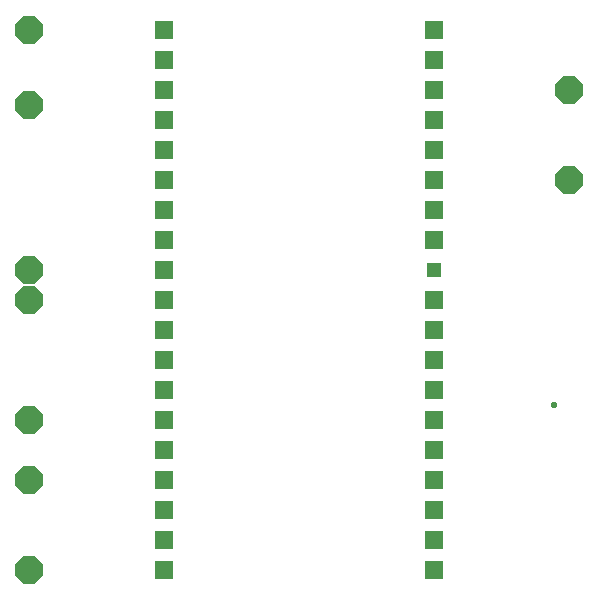
<source format=gts>
G04 EAGLE Gerber RS-274X export*
G75*
%MOMM*%
%FSLAX34Y34*%
%LPD*%
%INSoldermask Top*%
%IPPOS*%
%AMOC8*
5,1,8,0,0,1.08239X$1,22.5*%
G01*
%ADD10C,0.553200*%
%ADD11P,2.556822X8X22.500000*%
%ADD12R,1.561200X1.561200*%
%ADD13R,1.311200X1.311200*%


D10*
X495300Y368300D03*
D11*
X50800Y355600D03*
X50800Y622300D03*
X50800Y457200D03*
X50800Y482600D03*
X50800Y228600D03*
X50800Y304800D03*
X508000Y635000D03*
X508000Y558800D03*
X50800Y685800D03*
D12*
X165100Y228600D03*
X165100Y254000D03*
X165100Y279400D03*
X165100Y304800D03*
X165100Y330200D03*
X165100Y355600D03*
X165100Y381000D03*
X165100Y406400D03*
X165100Y431800D03*
X165100Y457200D03*
X165100Y482600D03*
X165100Y508000D03*
X165100Y533400D03*
X165100Y558800D03*
X165100Y584200D03*
X165100Y609600D03*
X165100Y635000D03*
X165100Y660400D03*
X165100Y685800D03*
X393700Y228600D03*
X393700Y254000D03*
X393700Y279400D03*
X393700Y304800D03*
X393700Y330200D03*
X393700Y355600D03*
X393700Y381000D03*
X393700Y406400D03*
X393700Y431800D03*
X393700Y457200D03*
D13*
X393700Y482600D03*
D12*
X393700Y508000D03*
X393700Y533400D03*
X393700Y558800D03*
X393700Y584200D03*
X393700Y609600D03*
X393700Y635000D03*
X393700Y660400D03*
X393700Y685800D03*
M02*

</source>
